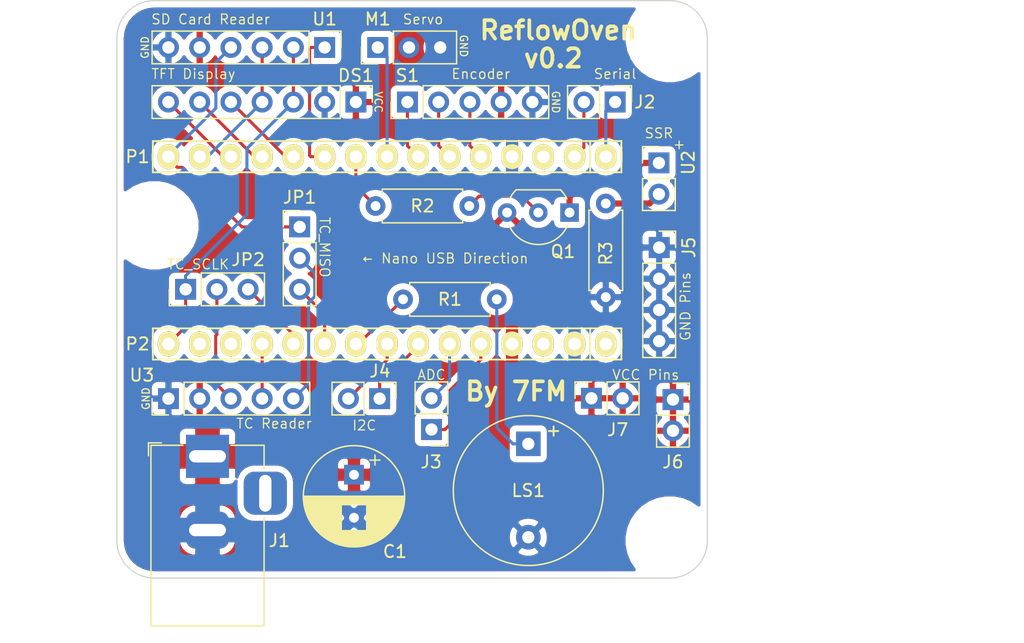
<source format=kicad_pcb>
(kicad_pcb (version 20171130) (host pcbnew "(5.1.5)-3")
  (title_block (title ReflowOvenPCB) (date 2020-05-13) (rev v0.2) (company "Author: 7FM"))
  (layers (0 Front signal) (31 Back signal) (34 B.Paste user) (35 F.Paste user) (36 B.SilkS user) (37 F.SilkS user) (38 B.Mask user) (39 F.Mask user) (44 Edge.Cuts user))
  (net 0 "")
  (net 1 VCC)
  (net 2 GND)
  (net 3 "Net-(DS1-Pad3)")
  (net 4 "Net-(DS1-Pad4)")
  (net 5 "Net-(DS1-Pad5)")
  (net 6 "Net-(DS1-Pad6)")
  (net 7 "Net-(DS1-Pad7)")
  (net 8 "Net-(J2-Pad1)")
  (net 9 "Net-(J2-Pad2)")
  (net 10 "Net-(J3-Pad2)")
  (net 11 "Net-(J3-Pad1)")
  (net 12 "Net-(JP1-Pad1)")
  (net 13 "Net-(JP1-Pad2)")
  (net 14 "Net-(JP1-Pad3)")
  (net 15 "Net-(JP2-Pad3)")
  (net 16 "Net-(JP2-Pad2)")
  (net 17 "Net-(LS1-Pad1)")
  (net 18 "Net-(M1-Pad1)")
  (net 19 "Net-(P1-Pad9)")
  (net 20 "Net-(P1-Pad7)")
  (net 21 "Net-(P1-Pad6)")
  (net 22 "Net-(P2-Pad12)")
  (net 23 "Net-(Q1-Pad2)")
  (net 24 "Net-(Q1-Pad1)")
  (net 25 "Net-(R3-Pad1)")
  (net 26 "Net-(P1-Pad10)")
  (net 27 "Net-(P1-Pad5)")
  (net 28 "Net-(J4-Pad2)")
  (net 29 "Net-(J4-Pad1)")
  (net 30 "Net-(P2-Pad9)")
  (module Connector_PinHeader_2.54mm:PinHeader_1x02_P2.54mm_Vertical (layer Front) (at 134.6454 106.045 270)
    (fp_text reference J4 (at -2.2352 -0.0254) (layer F.SilkS))
    (fp_text value "Free Pins")
    (pad 2 thru_hole oval (at 0 2.54 270) (size 1.7 1.7) (drill 1) (layers *.Cu *.Mask) (net 28 "Net-(J4-Pad2)"))
    (pad 1 thru_hole rect (at 0 0 270) (size 1.7 1.7) (drill 1) (layers *.Cu *.Mask) (net 29 "Net-(J4-Pad1)"))
  )
  (module Capacitor_THT:CP_Radial_D8.0mm_P3.50mm (layer Front) (at 132.5626 112.2426 270)
    (fp_text reference C1 (at 6.2484 -3.3274 180) (layer F.SilkS))
    (fp_text value CP)
    (pad 1 thru_hole rect (at 0 0 270) (size 1.6 1.6) (drill 0.8) (layers *.Cu *.Mask) (net 1 VCC))
    (pad 2 thru_hole circle (at 3.5 0 270) (size 1.6 1.6) (drill 0.8) (layers *.Cu *.Mask) (net 2 GND))
  )
  (module Buzzer_Beeper:Buzzer_12x9.5RM7.6 (layer Front) (at 146.7358 109.728 270)
    (fp_text reference LS1 (at 3.8 0 180) (layer F.SilkS))
    (fp_text value Buzzer)
    (fp_text user + (at -1.0414 -1.9812 90) (layer F.SilkS))
    (pad 1 thru_hole rect (at 0 0 270) (size 2 2) (drill 1) (layers *.Cu *.Mask) (net 17 "Net-(LS1-Pad1)"))
    (pad 2 thru_hole circle (at 7.6 0 270) (size 2 2) (drill 1) (layers *.Cu *.Mask) (net 2 GND))
  )
  (module Package_TO_SOT_THT:TO-92_Inline_Wide (layer Front) (at 150.0886 90.9066 180)
    (fp_text reference Q1 (at 0.5334 -3.175) (layer F.SilkS))
    (fp_text value Q_PNP_CBE)
    (pad 1 thru_hole rect (at 0 0 270) (size 1.5 1.5) (drill 0.8) (layers *.Cu *.Mask) (net 24 "Net-(Q1-Pad1)"))
    (pad 3 thru_hole circle (at 5.08 0 270) (size 1.5 1.5) (drill 0.8) (layers *.Cu *.Mask) (net 1 VCC))
    (pad 2 thru_hole circle (at 2.54 0 270) (size 1.5 1.5) (drill 0.8) (layers *.Cu *.Mask) (net 23 "Net-(Q1-Pad2)"))
  )
  (module Resistor_THT:R_Axial_DIN0207_L6.3mm_D2.5mm_P7.62mm_Horizontal (layer Front) (at 141.9352 90.3732 180)
    (fp_text reference R2 (at 3.81 0) (layer F.SilkS))
    (fp_text value 220)
    (pad 1 thru_hole circle (at 0 0 180) (size 1.6 1.6) (drill 0.8) (layers *.Cu *.Mask) (net 23 "Net-(Q1-Pad2)"))
    (pad 2 thru_hole oval (at 7.62 0 180) (size 1.6 1.6) (drill 0.8) (layers *.Cu *.Mask) (net 19 "Net-(P1-Pad9)"))
  )
  (module Connector_PinHeader_2.54mm:PinHeader_1x03_P2.54mm_Vertical (layer Front) (at 134.493 77.47 90)
    (fp_text reference M1 (at 2.3114 0) (layer F.SilkS))
    (fp_text value Motor_Servo)
    (pad 3 thru_hole oval (at 0 5.08 90) (size 1.7 1.7) (drill 1) (layers *.Cu *.Mask) (net 2 GND))
    (pad 2 thru_hole oval (at 0 2.54 90) (size 1.7 1.7) (drill 1) (layers *.Cu *.Mask) (net 1 VCC))
    (pad 1 thru_hole rect (at 0 0 90) (size 1.7 1.7) (drill 1) (layers *.Cu *.Mask) (net 18 "Net-(M1-Pad1)"))
  )
  (module Connector_PinHeader_2.54mm:PinHeader_1x02_P2.54mm_Vertical (layer Front) (at 153.797 81.915 270)
    (fp_text reference J2 (at 0 -2.413 180) (layer F.SilkS))
    (fp_text value "Serial Pins")
    (pad 2 thru_hole oval (at 0 2.54 270) (size 1.7 1.7) (drill 1) (layers *.Cu *.Mask) (net 9 "Net-(J2-Pad2)"))
    (pad 1 thru_hole rect (at 0 0 270) (size 1.7 1.7) (drill 1) (layers *.Cu *.Mask) (net 8 "Net-(J2-Pad1)"))
  )
  (module MountingHole:MountingHole_3.2mm_M3_DIN965 (layer Front) (at 116.332 91.948)
    (fp_text reference REF** hide)
    (fp_text value MountingHole_3.2mm_M3_DIN965)
    (pad "" np_thru_hole circle (at 0 0) (size 3.2 3.2) (drill 3.2) (layers *.Cu *.Mask) (clearance 2))
  )
  (module MountingHole:MountingHole_3.2mm_M3_DIN965 (layer Front) (at 158.242 76.708)
    (fp_text reference REF** hide)
    (fp_text value MountingHole_3.2mm_M3_DIN965)
    (pad "" np_thru_hole circle (at 0 0) (size 3.2 3.2) (drill 3.2) (layers *.Cu *.Mask) (clearance 2))
  )
  (module MountingHole:MountingHole_3.2mm_M3_DIN965 (layer Front) (at 158.242 117.602)
    (fp_text reference REF** hide)
    (fp_text value MountingHole_3.2mm_M3_DIN965)
    (pad "" np_thru_hole circle (at 0 0) (size 3.2 3.2) (drill 3.2) (layers *.Cu *.Mask) (clearance 2))
  )
  (module Connector_BarrelJack:BarrelJack_Horizontal (layer Front) (at 120.65 110.744 90)
    (fp_text reference J1 (at -6.858 5.842 180) (layer F.SilkS))
    (fp_text value Barrel_Jack_MountingPin)
    (pad 3 thru_hole roundrect (at -3 4.7 90) (size 3.5 3.5) (drill oval 3 1) (layers *.Cu *.Mask))
    (pad 2 thru_hole roundrect (at -6 0 90) (size 3 3.5) (drill oval 1 3) (layers *.Cu *.Mask) (net 2 GND))
    (pad 1 thru_hole rect (at 0 0 90) (size 3.5 3.5) (drill oval 1 3) (layers *.Cu *.Mask) (net 1 VCC))
  )
  (module Connector_PinHeader_2.54mm:PinHeader_1x05_P2.54mm_Vertical (layer Front) (at 136.906 81.915 90)
    (fp_text reference S1 (at 2.159 0 180) (layer F.SilkS))
    (fp_text value KY-040)
    (pad 5 thru_hole oval (at 0 10.16 90) (size 1.7 1.7) (drill 1) (layers *.Cu *.Mask) (net 2 GND))
    (pad 4 thru_hole oval (at 0 7.62 90) (size 1.7 1.7) (drill 1) (layers *.Cu *.Mask) (net 1 VCC))
    (pad 3 thru_hole oval (at 0 5.08 90) (size 1.7 1.7) (drill 1) (layers *.Cu *.Mask) (net 27 "Net-(P1-Pad5)"))
    (pad 2 thru_hole oval (at 0 2.54 90) (size 1.7 1.7) (drill 1) (layers *.Cu *.Mask) (net 21 "Net-(P1-Pad6)"))
    (pad 1 thru_hole rect (at 0 0 90) (size 1.7 1.7) (drill 1) (layers *.Cu *.Mask) (net 20 "Net-(P1-Pad7)"))
  )
  (module Connector_PinHeader_2.54mm:PinHeader_1x07_P2.54mm_Vertical (layer Front) (at 132.715 81.915 270)
    (fp_text reference DS1 (at -2.159 0 180) (layer F.SilkS))
    (fp_text value TFT)
    (pad 1 thru_hole rect (at 0 0 270) (size 1.7 1.7) (drill 1) (layers *.Cu *.Mask) (net 1 VCC))
    (pad 2 thru_hole oval (at 0 2.54 270) (size 1.7 1.7) (drill 1) (layers *.Cu *.Mask) (net 2 GND))
    (pad 3 thru_hole oval (at 0 5.08 270) (size 1.7 1.7) (drill 1) (layers *.Cu *.Mask) (net 3 "Net-(DS1-Pad3)"))
    (pad 4 thru_hole oval (at 0 7.62 270) (size 1.7 1.7) (drill 1) (layers *.Cu *.Mask) (net 4 "Net-(DS1-Pad4)"))
    (pad 5 thru_hole oval (at 0 10.16 270) (size 1.7 1.7) (drill 1) (layers *.Cu *.Mask) (net 5 "Net-(DS1-Pad5)"))
    (pad 6 thru_hole oval (at 0 12.7 270) (size 1.7 1.7) (drill 1) (layers *.Cu *.Mask) (net 6 "Net-(DS1-Pad6)"))
    (pad 7 thru_hole oval (at 0 15.24 270) (size 1.7 1.7) (drill 1) (layers *.Cu *.Mask) (net 7 "Net-(DS1-Pad7)"))
  )
  (module Connector_PinHeader_2.54mm:PinHeader_1x02_P2.54mm_Vertical (layer Front) (at 138.8618 108.5596 180)
    (fp_text reference J3 (at 0.0254 -2.6416) (layer F.SilkS))
    (fp_text value "Analog Pins")
    (pad 1 thru_hole rect (at 0 0 180) (size 1.7 1.7) (drill 1) (layers *.Cu *.Mask) (net 11 "Net-(J3-Pad1)"))
    (pad 2 thru_hole oval (at 0 2.54 180) (size 1.7 1.7) (drill 1) (layers *.Cu *.Mask) (net 10 "Net-(J3-Pad2)"))
  )
  (module Connector_PinSocket_2.54mm:PinSocket_1x04_P2.54mm_Vertical (layer Front) (at 157.3784 93.7514)
    (fp_text reference J5 (at 2.413 0 270) (layer F.SilkS))
    (fp_text value "GND Outs")
    (pad 1 thru_hole rect (at 0 0) (size 1.7 1.7) (drill 1) (layers *.Cu *.Mask) (net 2 GND))
    (pad 2 thru_hole oval (at 0 2.54) (size 1.7 1.7) (drill 1) (layers *.Cu *.Mask) (net 2 GND))
    (pad 3 thru_hole oval (at 0 5.08) (size 1.7 1.7) (drill 1) (layers *.Cu *.Mask) (net 2 GND))
    (pad 4 thru_hole oval (at 0 7.62) (size 1.7 1.7) (drill 1) (layers *.Cu *.Mask) (net 2 GND))
  )
  (module Connector_PinHeader_2.54mm:PinHeader_1x03_P2.54mm_Vertical (layer Front) (at 128.143 92.075)
    (fp_text reference JP1 (at 0 -2.413) (layer F.SilkS))
    (fp_text value Jumper_3_Open)
    (pad 1 thru_hole rect (at 0 0) (size 1.7 1.7) (drill 1) (layers *.Cu *.Mask) (net 12 "Net-(JP1-Pad1)"))
    (pad 2 thru_hole oval (at 0 2.54) (size 1.7 1.7) (drill 1) (layers *.Cu *.Mask) (net 13 "Net-(JP1-Pad2)"))
    (pad 3 thru_hole oval (at 0 5.08) (size 1.7 1.7) (drill 1) (layers *.Cu *.Mask) (net 14 "Net-(JP1-Pad3)"))
  )
  (module Connector_PinHeader_2.54mm:PinHeader_1x03_P2.54mm_Vertical (layer Front) (at 118.872 97.155 90)
    (fp_text reference JP2 (at 2.413 5.08 180) (layer F.SilkS))
    (fp_text value Jumper_3_Open)
    (pad 3 thru_hole oval (at 0 5.08 90) (size 1.7 1.7) (drill 1) (layers *.Cu *.Mask) (net 15 "Net-(JP2-Pad3)"))
    (pad 2 thru_hole oval (at 0 2.54 90) (size 1.7 1.7) (drill 1) (layers *.Cu *.Mask) (net 16 "Net-(JP2-Pad2)"))
    (pad 1 thru_hole rect (at 0 0 90) (size 1.7 1.7) (drill 1) (layers *.Cu *.Mask) (net 3 "Net-(DS1-Pad3)"))
  )
  (module Socket_Arduino_Nano:Socket_Strip_Arduino_1x15 (layer Front) (at 153.035 86.36 180)
    (fp_text reference P1 (at 38.0746 0) (layer F.SilkS))
    (fp_text value Digital)
    (pad 15 thru_hole oval (at 35.56 0 180) (size 1.7272 2.032) (drill 1.016) (layers *.Cu *.Mask F.SilkS) (net 12 "Net-(JP1-Pad1)"))
    (pad 14 thru_hole oval (at 33.02 0 180) (size 1.7272 2.032) (drill 1.016) (layers *.Cu *.Mask F.SilkS) (net 4 "Net-(DS1-Pad4)"))
    (pad 13 thru_hole oval (at 30.48 0 180) (size 1.7272 2.032) (drill 1.016) (layers *.Cu *.Mask F.SilkS) (net 7 "Net-(DS1-Pad7)"))
    (pad 12 thru_hole oval (at 27.94 0 180) (size 1.7272 2.032) (drill 1.016) (layers *.Cu *.Mask F.SilkS) (net 6 "Net-(DS1-Pad6)"))
    (pad 11 thru_hole oval (at 25.4 0 180) (size 1.7272 2.032) (drill 1.016) (layers *.Cu *.Mask F.SilkS) (net 5 "Net-(DS1-Pad5)"))
    (pad 10 thru_hole oval (at 22.86 0 180) (size 1.7272 2.032) (drill 1.016) (layers *.Cu *.Mask F.SilkS) (net 26 "Net-(P1-Pad10)"))
    (pad 9 thru_hole oval (at 20.32 0 180) (size 1.7272 2.032) (drill 1.016) (layers *.Cu *.Mask F.SilkS) (net 19 "Net-(P1-Pad9)"))
    (pad 8 thru_hole oval (at 17.78 0 180) (size 1.7272 2.032) (drill 1.016) (layers *.Cu *.Mask F.SilkS) (net 18 "Net-(M1-Pad1)"))
    (pad 7 thru_hole oval (at 15.24 0 180) (size 1.7272 2.032) (drill 1.016) (layers *.Cu *.Mask F.SilkS) (net 20 "Net-(P1-Pad7)"))
    (pad 6 thru_hole oval (at 12.7 0 180) (size 1.7272 2.032) (drill 1.016) (layers *.Cu *.Mask F.SilkS) (net 21 "Net-(P1-Pad6)"))
    (pad 5 thru_hole oval (at 10.16 0 180) (size 1.7272 2.032) (drill 1.016) (layers *.Cu *.Mask F.SilkS) (net 27 "Net-(P1-Pad5)"))
    (pad 4 thru_hole oval (at 7.62 0 180) (size 1.7272 2.032) (drill 1.016) (layers *.Cu *.Mask F.SilkS) (net 2 GND))
    (pad 3 thru_hole oval (at 5.08 0 180) (size 1.7272 2.032) (drill 1.016) (layers *.Cu *.Mask F.SilkS))
    (pad 2 thru_hole oval (at 2.54 0 180) (size 1.7272 2.032) (drill 1.016) (layers *.Cu *.Mask F.SilkS) (net 9 "Net-(J2-Pad2)"))
    (pad 1 thru_hole oval (at 0 0 180) (size 1.7272 2.032) (drill 1.016) (layers *.Cu *.Mask F.SilkS) (net 8 "Net-(J2-Pad1)"))
  )
  (module Socket_Arduino_Nano:Socket_Strip_Arduino_1x15 (layer Front) (at 153.035 101.6 180)
    (fp_text reference P2 (at 38.0746 0) (layer F.SilkS))
    (fp_text value Analog)
    (pad 1 thru_hole oval (at 0 0 180) (size 1.7272 2.032) (drill 1.016) (layers *.Cu *.Mask F.SilkS))
    (pad 2 thru_hole oval (at 2.54 0 180) (size 1.7272 2.032) (drill 1.016) (layers *.Cu *.Mask F.SilkS) (net 2 GND))
    (pad 3 thru_hole oval (at 5.08 0 180) (size 1.7272 2.032) (drill 1.016) (layers *.Cu *.Mask F.SilkS))
    (pad 4 thru_hole oval (at 7.62 0 180) (size 1.7272 2.032) (drill 1.016) (layers *.Cu *.Mask F.SilkS) (net 1 VCC))
    (pad 5 thru_hole oval (at 10.16 0 180) (size 1.7272 2.032) (drill 1.016) (layers *.Cu *.Mask F.SilkS) (net 11 "Net-(J3-Pad1)"))
    (pad 6 thru_hole oval (at 12.7 0 180) (size 1.7272 2.032) (drill 1.016) (layers *.Cu *.Mask F.SilkS) (net 10 "Net-(J3-Pad2)"))
    (pad 7 thru_hole oval (at 15.24 0 180) (size 1.7272 2.032) (drill 1.016) (layers *.Cu *.Mask F.SilkS) (net 29 "Net-(J4-Pad1)"))
    (pad 8 thru_hole oval (at 17.78 0 180) (size 1.7272 2.032) (drill 1.016) (layers *.Cu *.Mask F.SilkS) (net 28 "Net-(J4-Pad2)"))
    (pad 9 thru_hole oval (at 20.32 0 180) (size 1.7272 2.032) (drill 1.016) (layers *.Cu *.Mask F.SilkS) (net 30 "Net-(P2-Pad9)"))
    (pad 10 thru_hole oval (at 22.86 0 180) (size 1.7272 2.032) (drill 1.016) (layers *.Cu *.Mask F.SilkS) (net 14 "Net-(JP1-Pad3)"))
    (pad 11 thru_hole oval (at 25.4 0 180) (size 1.7272 2.032) (drill 1.016) (layers *.Cu *.Mask F.SilkS) (net 15 "Net-(JP2-Pad3)"))
    (pad 12 thru_hole oval (at 27.94 0 180) (size 1.7272 2.032) (drill 1.016) (layers *.Cu *.Mask F.SilkS) (net 22 "Net-(P2-Pad12)"))
    (pad 13 thru_hole oval (at 30.48 0 180) (size 1.7272 2.032) (drill 1.016) (layers *.Cu *.Mask F.SilkS))
    (pad 14 thru_hole oval (at 33.02 0 180) (size 1.7272 2.032) (drill 1.016) (layers *.Cu *.Mask F.SilkS))
    (pad 15 thru_hole oval (at 35.56 0 180) (size 1.7272 2.032) (drill 1.016) (layers *.Cu *.Mask F.SilkS) (net 3 "Net-(DS1-Pad3)"))
  )
  (module Resistor_THT:R_Axial_DIN0207_L6.3mm_D2.5mm_P7.62mm_Horizontal (layer Front) (at 144.1704 97.9678 180)
    (fp_text reference R1 (at 3.81 0) (layer F.SilkS))
    (fp_text value 220)
    (pad 2 thru_hole oval (at 7.62 0 180) (size 1.6 1.6) (drill 0.8) (layers *.Cu *.Mask) (net 30 "Net-(P2-Pad9)"))
    (pad 1 thru_hole circle (at 0 0 180) (size 1.6 1.6) (drill 0.8) (layers *.Cu *.Mask) (net 17 "Net-(LS1-Pad1)"))
  )
  (module Resistor_THT:R_Axial_DIN0207_L6.3mm_D2.5mm_P7.62mm_Horizontal (layer Front) (at 153.035 90.17 270)
    (fp_text reference R3 (at 4.064 0 90) (layer F.SilkS))
    (fp_text value 220)
    (pad 1 thru_hole circle (at 0 0 270) (size 1.6 1.6) (drill 0.8) (layers *.Cu *.Mask) (net 25 "Net-(R3-Pad1)"))
    (pad 2 thru_hole oval (at 7.62 0 270) (size 1.6 1.6) (drill 0.8) (layers *.Cu *.Mask) (net 2 GND))
  )
  (module Connector_PinHeader_2.54mm:PinHeader_1x06_P2.54mm_Vertical (layer Front) (at 130.175 77.47 270)
    (fp_text reference U1 (at -2.3114 0 180) (layer F.SilkS))
    (fp_text value MicroSDReader)
    (pad 1 thru_hole rect (at 0 0 270) (size 1.7 1.7) (drill 1) (layers *.Cu *.Mask) (net 26 "Net-(P1-Pad10)"))
    (pad 2 thru_hole oval (at 0 2.54 270) (size 1.7 1.7) (drill 1) (layers *.Cu *.Mask) (net 3 "Net-(DS1-Pad3)"))
    (pad 3 thru_hole oval (at 0 5.08 270) (size 1.7 1.7) (drill 1) (layers *.Cu *.Mask) (net 4 "Net-(DS1-Pad4)"))
    (pad 4 thru_hole oval (at 0 7.62 270) (size 1.7 1.7) (drill 1) (layers *.Cu *.Mask) (net 12 "Net-(JP1-Pad1)"))
    (pad 5 thru_hole oval (at 0 10.16 270) (size 1.7 1.7) (drill 1) (layers *.Cu *.Mask) (net 1 VCC))
    (pad 6 thru_hole oval (at 0 12.7 270) (size 1.7 1.7) (drill 1) (layers *.Cu *.Mask) (net 2 GND))
  )
  (module Connector_PinHeader_2.54mm:PinHeader_1x02_P2.54mm_Vertical (layer Front) (at 157.353 86.868)
    (fp_text reference U2 (at 2.3876 -0.0254 270) (layer F.SilkS))
    (fp_text value SSR)
    (pad 1 thru_hole rect (at 0 0) (size 1.7 1.7) (drill 1) (layers *.Cu *.Mask) (net 24 "Net-(Q1-Pad1)"))
    (pad 2 thru_hole oval (at 0 2.54) (size 1.7 1.7) (drill 1) (layers *.Cu *.Mask) (net 25 "Net-(R3-Pad1)"))
  )
  (module Connector_PinHeader_2.54mm:PinHeader_1x05_P2.54mm_Vertical (layer Front) (at 117.475 106.045 90)
    (fp_text reference U3 (at 1.905 -2.159 180) (layer F.SilkS))
    (fp_text value MAX6675)
    (pad 1 thru_hole rect (at 0 0 90) (size 1.7 1.7) (drill 1) (layers *.Cu *.Mask) (net 2 GND))
    (pad 2 thru_hole oval (at 0 2.54 90) (size 1.7 1.7) (drill 1) (layers *.Cu *.Mask) (net 1 VCC))
    (pad 3 thru_hole oval (at 0 5.08 90) (size 1.7 1.7) (drill 1) (layers *.Cu *.Mask) (net 16 "Net-(JP2-Pad2)"))
    (pad 4 thru_hole oval (at 0 7.62 90) (size 1.7 1.7) (drill 1) (layers *.Cu *.Mask) (net 22 "Net-(P2-Pad12)"))
    (pad 5 thru_hole oval (at 0 10.16 90) (size 1.7 1.7) (drill 1) (layers *.Cu *.Mask) (net 13 "Net-(JP1-Pad2)"))
  )
  (module Connector_PinSocket_2.54mm:PinSocket_1x02_P2.54mm_Vertical (layer Front) (at 158.496 106.1212)
    (fp_text reference J6 (at 0 5.08) (layer F.SilkS))
    (fp_text value "VCC Out1")
    (pad 2 thru_hole oval (at 0 2.54) (size 1.7 1.7) (drill 1) (layers *.Cu *.Mask) (net 1 VCC))
    (pad 1 thru_hole rect (at 0 0) (size 1.7 1.7) (drill 1) (layers *.Cu *.Mask) (net 1 VCC))
  )
  (module Connector_PinSocket_2.54mm:PinSocket_1x02_P2.54mm_Vertical (layer Front) (at 151.8666 106.0196 90)
    (fp_text reference J7 (at -2.5654 2.1336 180) (layer F.SilkS))
    (fp_text value "VCC Out2")
    (pad 1 thru_hole rect (at 0 0 90) (size 1.7 1.7) (drill 1) (layers *.Cu *.Mask) (net 1 VCC))
    (pad 2 thru_hole oval (at 0 2.54 90) (size 1.7 1.7) (drill 1) (layers *.Cu *.Mask) (net 1 VCC))
  )
  (gr_arc (start 116.332 117.602) (end 113.284 117.602) (angle -90) (layer Edge.Cuts) (width 0.1))
  (gr_arc (start 158.242 117.602) (end 158.242 120.65) (angle -90) (layer Edge.Cuts) (width 0.1))
  (gr_arc (start 116.332 76.708) (end 116.332 73.66) (angle -90) (layer Edge.Cuts) (width 0.1))
  (gr_arc (start 158.242 76.708) (end 161.29 76.708) (angle -90) (layer Edge.Cuts) (width 0.1))
  (gr_text Serial (at 153.797 79.629) (layer F.SilkS) (effects (font (size 0.8 0.8) (thickness 0.1))))
  (gr_text GND (at 115.6462 106.045 90) (layer F.SilkS) (effects (font (size 0.6 0.6) (thickness 0.1))))
  (gr_text GND (at 141.478 77.343 270) (layer F.SilkS) (effects (font (size 0.6 0.6) (thickness 0.1))))
  (gr_text GND (at 148.971 81.915 270) (layer F.SilkS) (effects (font (size 0.6 0.6) (thickness 0.1))))
  (gr_text VCC (at 134.5438 81.915 270) (layer F.SilkS) (effects (font (size 0.6 0.6) (thickness 0.1))))
  (gr_text GND (at 115.57 77.47 90) (layer F.SilkS) (effects (font (size 0.6 0.6) (thickness 0.1))))
  (gr_text + (at 159.004 85.344) (layer F.SilkS) (effects (font (size 0.8 0.8) (thickness 0.1))))
  (gr_line (start 158.242 120.65) (end 116.332 120.65) (layer Edge.Cuts) (width 0.1))
  (gr_line (start 161.29 76.708) (end 161.29 117.602) (layer Edge.Cuts) (width 0.1))
  (gr_line (start 116.332 73.66) (end 158.242 73.66) (layer Edge.Cuts) (width 0.1))
  (gr_line (start 113.284 117.602) (end 113.284 76.708) (layer Edge.Cuts) (width 0.1))
  (gr_text TC_MISO (at 130.175 93.726 270) (layer F.SilkS) (effects (font (size 0.8 0.8) (thickness 0.1))))
  (gr_text TC_SCLK (at 119.888 95.123) (layer F.SilkS) (effects (font (size 0.8 0.8) (thickness 0.1))))
  (gr_text "← Nano USB Direction" (at 139.954 94.6404) (layer F.SilkS) (effects (font (size 0.8 0.8) (thickness 0.1))))
  (gr_text "TC Reader" (at 126.0602 108.077) (layer F.SilkS) (effects (font (size 0.8 0.8) (thickness 0.1))))
  (gr_text ADC (at 138.8618 104.1146) (layer F.SilkS) (effects (font (size 0.8 0.8) (thickness 0.1))))
  (gr_text "VCC Pins" (at 156.2862 104.1146) (layer F.SilkS) (effects (font (size 0.8 0.8) (thickness 0.1))))
  (gr_text "GND Pins" (at 159.512 98.552 90) (layer F.SilkS) (effects (font (size 0.8 0.8) (thickness 0.1))))
  (gr_text SSR (at 157.353 84.455) (layer F.SilkS) (effects (font (size 0.8 0.8) (thickness 0.1))))
  (gr_text I2C (at 133.4008 108.2294) (layer F.SilkS) (effects (font (size 0.8 0.8) (thickness 0.1))))
  (gr_text Servo (at 138.176 75.184) (layer F.SilkS) (effects (font (size 0.8 0.8) (thickness 0.1))))
  (gr_text Encoder (at 142.875 79.629) (layer F.SilkS) (effects (font (size 0.8 0.8) (thickness 0.1))))
  (gr_text "TFT Display" (at 119.507 79.629) (layer F.SilkS) (effects (font (size 0.8 0.8) (thickness 0.1))))
  (gr_text "SD Card Reader" (at 120.904 75.184) (layer F.SilkS) (effects (font (size 0.8 0.8) (thickness 0.1))))
  (gr_text v0.2 (at 148.7678 78.359) (layer F.SilkS) (effects (font (size 1.5 1.5) (thickness 0.3))))
  (gr_text "By 7FM" (at 145.7452 105.4608) (layer F.SilkS) (effects (font (size 1.5 1.5) (thickness 0.3))))
  (gr_text ReflowOven (at 149.1742 76.073) (layer F.SilkS) (effects (font (size 1.5 1.5) (thickness 0.3))))
  (segment (start 127.635 81.915) (end 127.635 77.47) (width 0.25) (layer Front) (net 3))
  (segment (start 118.872 100.203) (end 117.475 101.6) (width 0.25) (layer Front) (net 3))
  (segment (start 118.872 97.155) (end 118.872 100.203) (width 0.25) (layer Front) (net 3))
  (segment (start 126.785001 82.764999) (end 127.635 81.915) (width 0.25) (layer Back) (net 3))
  (segment (start 123.85639 85.69361) (end 126.785001 82.764999) (width 0.25) (layer Back) (net 3))
  (segment (start 123.85639 91.07061) (end 123.85639 85.69361) (width 0.25) (layer Back) (net 3))
  (segment (start 118.872 96.055) (end 123.85639 91.07061) (width 0.25) (layer Back) (net 3))
  (segment (start 118.872 97.155) (end 118.872 96.055) (width 0.25) (layer Back) (net 3))
  (segment (start 120.65 86.36) (end 120.015 86.36) (width 0.25) (layer Back) (net 4))
  (segment (start 125.095 81.915) (end 120.65 86.36) (width 0.25) (layer Back) (net 4))
  (segment (start 125.095 81.915) (end 125.095 77.47) (width 0.25) (layer Front) (net 4))
  (segment (start 127 86.36) (end 127.635 86.36) (width 0.25) (layer Front) (net 5))
  (segment (start 122.555 81.915) (end 127 86.36) (width 0.25) (layer Front) (net 5))
  (segment (start 124.46 86.36) (end 125.095 86.36) (width 0.25) (layer Front) (net 6))
  (segment (start 120.015 81.915) (end 124.46 86.36) (width 0.25) (layer Front) (net 6))
  (segment (start 121.92 86.36) (end 122.555 86.36) (width 0.25) (layer Front) (net 7))
  (segment (start 117.475 81.915) (end 121.92 86.36) (width 0.25) (layer Front) (net 7))
  (segment (start 153.035 82.677) (end 153.797 81.915) (width 0.25) (layer Back) (net 8))
  (segment (start 153.035 86.36) (end 153.035 82.677) (width 0.25) (layer Back) (net 8))
  (segment (start 151.257 85.598) (end 150.495 86.36) (width 0.25) (layer Front) (net 9))
  (segment (start 151.257 81.915) (end 151.257 85.598) (width 0.25) (layer Front) (net 9))
  (segment (start 140.335 104.5464) (end 138.8618 106.0196) (width 0.25) (layer Back) (net 10))
  (segment (start 140.335 101.6) (end 140.335 104.5464) (width 0.25) (layer Back) (net 10))
  (segment (start 140.335 105.406) (end 142.875 102.866) (width 0.25) (layer Front) (net 11))
  (segment (start 140.335 108.1864) (end 140.335 105.406) (width 0.25) (layer Front) (net 11))
  (segment (start 139.9618 108.5596) (end 140.335 108.1864) (width 0.25) (layer Front) (net 11))
  (segment (start 142.875 102.866) (end 142.875 101.6) (width 0.25) (layer Front) (net 11))
  (segment (start 138.8618 108.5596) (end 139.9618 108.5596) (width 0.25) (layer Front) (net 11))
  (segment (start 127.043 92.075) (end 128.143 92.075) (width 0.25) (layer Front) (net 12))
  (segment (start 117.475 86.36) (end 117.475 86.5124) (width 0.25) (layer Front) (net 12))
  (segment (start 123.452002 92.075) (end 127.043 92.075) (width 0.25) (layer Front) (net 12))
  (segment (start 117.475 86.5124) (end 118.185599 87.222999) (width 0.25) (layer Front) (net 12))
  (segment (start 118.185599 87.222999) (end 118.600001 87.222999) (width 0.25) (layer Front) (net 12))
  (segment (start 118.600001 87.222999) (end 123.452002 92.075) (width 0.25) (layer Front) (net 12))
  (segment (start 121.705001 78.319999) (end 122.555 77.47) (width 0.25) (layer Back) (net 12))
  (segment (start 121.329999 78.695001) (end 121.705001 78.319999) (width 0.25) (layer Back) (net 12))
  (segment (start 121.329999 82.413003) (end 121.329999 78.695001) (width 0.25) (layer Back) (net 12))
  (segment (start 117.475 86.268002) (end 121.329999 82.413003) (width 0.25) (layer Back) (net 12))
  (segment (start 117.475 86.36) (end 117.475 86.268002) (width 0.25) (layer Back) (net 12))
  (segment (start 128.992999 95.464999) (end 128.143 94.615) (width 0.25) (layer Back) (net 13))
  (segment (start 129.368001 95.840001) (end 128.992999 95.464999) (width 0.25) (layer Back) (net 13))
  (segment (start 129.368001 97.743001) (end 129.368001 95.840001) (width 0.25) (layer Back) (net 13))
  (segment (start 128.87361 98.237392) (end 129.368001 97.743001) (width 0.25) (layer Back) (net 13))
  (segment (start 128.87361 104.80639) (end 128.87361 98.237392) (width 0.25) (layer Back) (net 13))
  (segment (start 127.635 106.045) (end 128.87361 104.80639) (width 0.25) (layer Back) (net 13))
  (segment (start 130.175 99.695) (end 130.175 101.6) (width 0.25) (layer Front) (net 14))
  (segment (start 130.175 99.187) (end 130.175 99.695) (width 0.25) (layer Front) (net 14))
  (segment (start 128.143 97.155) (end 130.175 99.187) (width 0.25) (layer Front) (net 14))
  (segment (start 127.635 101.6) (end 127.635 101.4476) (width 0.25) (layer Front) (net 15))
  (segment (start 123.952 97.155) (end 127.635 100.838) (width 0.25) (layer Front) (net 15))
  (segment (start 127.635 100.838) (end 127.635 101.6) (width 0.25) (layer Front) (net 15))
  (segment (start 121.31639 104.80639) (end 121.705001 105.195001) (width 0.25) (layer Front) (net 16))
  (segment (start 121.31639 100.934551) (end 121.31639 104.80639) (width 0.25) (layer Front) (net 16))
  (segment (start 121.412 100.838941) (end 121.31639 100.934551) (width 0.25) (layer Front) (net 16))
  (segment (start 121.705001 105.195001) (end 122.555 106.045) (width 0.25) (layer Front) (net 16))
  (segment (start 121.412 97.155) (end 121.412 100.838941) (width 0.25) (layer Front) (net 16))
  (segment (start 145.4858 109.728) (end 146.7358 109.728) (width 0.25) (layer Back) (net 17))
  (segment (start 144.17639 108.41859) (end 145.4858 109.728) (width 0.25) (layer Back) (net 17))
  (segment (start 144.17639 99.10516) (end 144.17639 108.41859) (width 0.25) (layer Back) (net 17))
  (segment (start 144.1704 99.09917) (end 144.17639 99.10516) (width 0.25) (layer Back) (net 17))
  (segment (start 144.1704 97.9678) (end 144.1704 99.09917) (width 0.25) (layer Back) (net 17))
  (segment (start 135.255 78.232) (end 134.493 77.47) (width 0.25) (layer Back) (net 18))
  (segment (start 135.255 86.36) (end 135.255 78.232) (width 0.25) (layer Back) (net 18))
  (segment (start 132.715 88.773) (end 132.715 86.36) (width 0.25) (layer Front) (net 19))
  (segment (start 134.3152 90.3732) (end 132.715 88.773) (width 0.25) (layer Front) (net 19))
  (segment (start 136.906 85.471) (end 137.795 86.36) (width 0.25) (layer Front) (net 20))
  (segment (start 136.906 81.915) (end 136.906 85.471) (width 0.25) (layer Front) (net 20))
  (segment (start 139.446 85.471) (end 140.335 86.36) (width 0.25) (layer Front) (net 21))
  (segment (start 139.446 81.915) (end 139.446 85.471) (width 0.25) (layer Front) (net 21))
  (segment (start 125.095 101.6) (end 125.095 106.045) (width 0.25) (layer Front) (net 22))
  (segment (start 142.735199 89.573201) (end 141.9352 90.3732) (width 0.25) (layer Front) (net 23))
  (segment (start 146.215201 89.573201) (end 142.735199 89.573201) (width 0.25) (layer Front) (net 23))
  (segment (start 147.5486 90.9066) (end 146.215201 89.573201) (width 0.25) (layer Front) (net 23))
  (segment (start 150.0886 89.6566) (end 151.3024 88.4428) (width 0.5) (layer Front) (net 24))
  (segment (start 150.0886 90.9066) (end 150.0886 89.6566) (width 0.5) (layer Front) (net 24))
  (segment (start 154.4282 88.4428) (end 156.003 86.868) (width 0.5) (layer Front) (net 24))
  (segment (start 156.003 86.868) (end 157.353 86.868) (width 0.5) (layer Front) (net 24))
  (segment (start 151.3024 88.4428) (end 154.4282 88.4428) (width 0.5) (layer Front) (net 24))
  (segment (start 156.591 90.17) (end 157.353 89.408) (width 0.5) (layer Front) (net 25))
  (segment (start 153.035 90.17) (end 156.591 90.17) (width 0.5) (layer Front) (net 25))
  (segment (start 128.949999 77.595001) (end 129.075 77.47) (width 0.25) (layer Front) (net 26))
  (segment (start 129.075 77.47) (end 130.175 77.47) (width 0.25) (layer Front) (net 26))
  (segment (start 128.949999 86.248599) (end 128.949999 77.595001) (width 0.25) (layer Front) (net 26))
  (segment (start 129.0614 86.36) (end 128.949999 86.248599) (width 0.25) (layer Front) (net 26))
  (segment (start 130.175 86.36) (end 129.0614 86.36) (width 0.25) (layer Front) (net 26))
  (segment (start 141.986 85.471) (end 142.875 86.36) (width 0.25) (layer Front) (net 27))
  (segment (start 141.986 81.915) (end 141.986 85.471) (width 0.25) (layer Front) (net 27))
  (segment (start 135.255 102.8954) (end 132.1054 106.045) (width 0.25) (layer Front) (net 28))
  (segment (start 135.255 101.6) (end 135.255 102.8954) (width 0.25) (layer Front) (net 28))
  (segment (start 136.6814 102.866) (end 137.795 101.7524) (width 0.25) (layer Front) (net 29))
  (segment (start 137.795 101.7524) (end 137.795 101.6) (width 0.25) (layer Front) (net 29))
  (segment (start 136.529 102.866) (end 136.6814 102.866) (width 0.25) (layer Front) (net 29))
  (segment (start 134.6454 104.7496) (end 136.529 102.866) (width 0.25) (layer Front) (net 29))
  (segment (start 134.6454 106.045) (end 134.6454 104.7496) (width 0.25) (layer Front) (net 29))
  (segment (start 132.9182 101.6) (end 132.715 101.6) (width 0.25) (layer Front) (net 30))
  (segment (start 136.5504 97.9678) (end 132.9182 101.6) (width 0.25) (layer Front) (net 30))
  (zone (net 2) (net_name GND) (layer Back) (connect_pads (clearance 0.508)) (min_thickness 0.254) (fill yes (arc_segments 32) (thermal_gap 0.508) (thermal_bridge_width 0.508))
    (polygon (pts (xy 161.29 120.65) (xy 113.284 120.65) (xy 113.284 73.66) (xy 161.29 73.66)))
  )
  (zone (net 1) (net_name VCC) (layer Front) (connect_pads (clearance 0.508)) (min_thickness 0.254) (fill yes (arc_segments 32) (thermal_gap 0.508) (thermal_bridge_width 0.508))
    (polygon (pts (xy 161.29 120.65) (xy 113.284 120.65) (xy 113.284 73.66) (xy 161.29 73.66)))
  )
  (zone (net 1) (net_name VCC) (layer Front) (connect_pads yes (clearance 0.508)) (min_thickness 0.254) (fill yes (arc_segments 32) (thermal_gap 0.508) (thermal_bridge_width 0.508))
    (polygon (pts (xy 141.5288 79.2988) (xy 132.5626 79.2988) (xy 132.715 75.057) (xy 141.6304 74.93) (xy 141.6558 74.93)))
  )
  (zone (net 2) (net_name GND) (layer Back) (connect_pads yes (clearance 0.508)) (min_thickness 0.254) (fill yes (arc_segments 32) (thermal_gap 0.508) (thermal_bridge_width 0.508))
    (polygon (pts (xy 142.367 79.5274) (xy 132.1816 79.6036) (xy 132.5118 75.2094) (xy 142.4178 75.184)))
  )
  (zone (net 1) (net_name VCC) (layer Front) (connect_pads (clearance 0.508)) (min_thickness 0.254) (fill yes (arc_segments 32) (thermal_gap 0.508) (thermal_bridge_width 2))
    (polygon (pts (xy 127.4318 107.8738) (xy 126.7968 107.9246) (xy 128.3716 107.8738) (xy 128.4732 119.3038) (xy 115.824 119.2022) (xy 115.7732 107.7468)))
  )
  (zone (net 2) (net_name GND) (layer Back) (connect_pads (clearance 0.508)) (min_thickness 0.254) (fill yes (arc_segments 32) (thermal_gap 0.508) (thermal_bridge_width 2))
    (polygon (pts (xy 128.67597 107.975197) (xy 128.6256 119.8626) (xy 115.7478 119.9642) (xy 115.7478 107.8738)))
    (polygon (pts (xy 128.7018 107.9754) (xy 128.67597 107.975197) (xy 128.6764 107.8738)))
  )
  (zone (net 1) (net_name VCC) (layer Front) (connect_pads (clearance 0.508)) (min_thickness 0.254) (fill yes (arc_segments 32) (thermal_gap 0.508) (thermal_bridge_width 1))
    (polygon (pts (xy 147.284646 98.820781) (xy 149.733 98.7552) (xy 149.4536 104.3432) (xy 142.5194 104.2924) (xy 142.4432 98.7044)))
  )
  (zone (net 2) (net_name GND) (layer Back) (connect_pads (clearance 0.508)) (min_thickness 0.254) (fill yes (arc_segments 32) (thermal_gap 0.508) (thermal_bridge_width 1))
    (polygon (pts (xy 147.649941 98.657101) (xy 153.6446 99.4918) (xy 153.2128 104.1908) (xy 147.2438 104.14) (xy 147.649941 98.657101) (xy 147.6248 98.6536) (xy 147.6502 98.6536)))
  )
  (zone (net 2) (net_name GND) (layer Back) (connect_pads (clearance 0.508)) (min_thickness 0.254) (fill yes (arc_segments 32) (thermal_gap 0.508) (thermal_bridge_width 1))
    (polygon (pts (xy 147.7518 88.519) (xy 147.6502 89.4842) (xy 141.4018 89.1794) (xy 141.4526 84.2264) (xy 147.7518 84.0486)))
  )
  (zone (net 1) (net_name VCC) (layer Front) (connect_pads (clearance 0.508)) (min_thickness 0.254) (fill yes (arc_segments 32) (thermal_gap 0.508) (thermal_bridge_width 1))
    (polygon (pts (xy 135.0264 109.728) (xy 135.001 114.6048) (xy 129.8702 114.6048) (xy 129.9972 109.601)))
  )
  (zone (net 2) (net_name GND) (layer Back) (connect_pads (clearance 0.508)) (min_thickness 0.254) (fill yes (arc_segments 32) (thermal_gap 0.508) (thermal_bridge_width 1))
    (polygon (pts (xy 135.89 113.8174) (xy 135.7376 118.1862) (xy 129.4892 118.2878) (xy 129.4384 113.8174) (xy 135.8646 113.7666)))
  )
)
</source>
